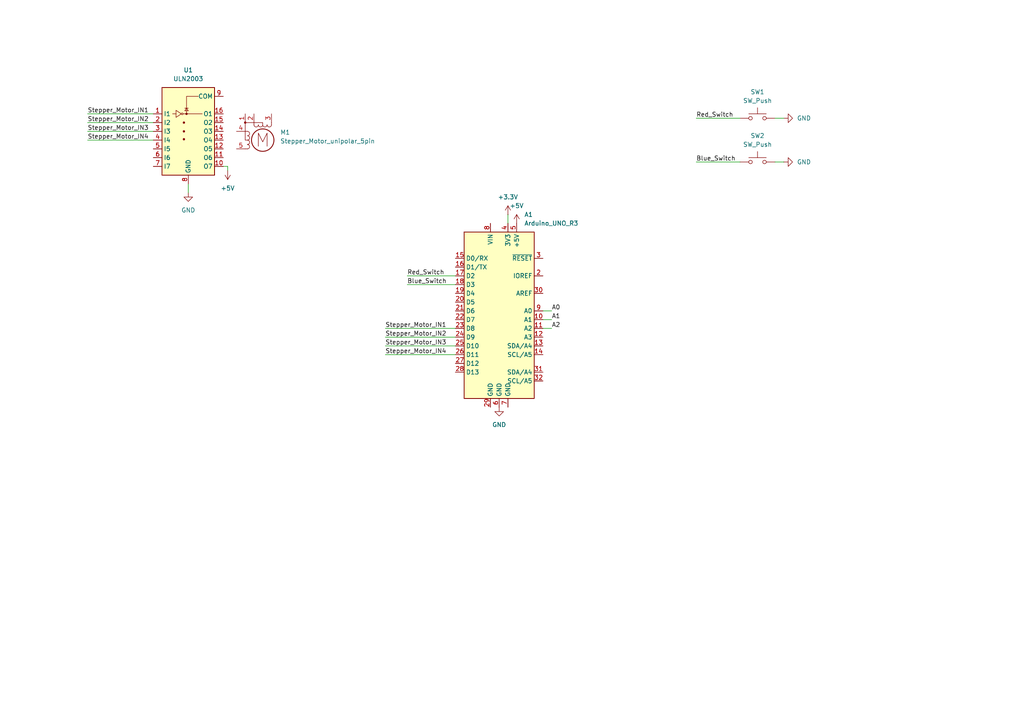
<source format=kicad_sch>
(kicad_sch (version 20231120) (generator "eeschema") (generator_version "8.0")
  (paper "A4")
  (lib_symbols
    (symbol "MCU_Module:Arduino_UNO_R3"
      (property "Reference" "A" (at -10.16 23.495 0))
      (property "Value" "Arduino_UNO_R3" (at 5.08 -26.67 0))
      (symbol "Arduino_UNO_R3_0_1"
        (rectangle (start -10.16 22.86) (end 10.16 -25.4) (stroke (width 0.254)) (fill (type background)))
      )
      (symbol "Arduino_UNO_R3_1_1"
        (pin no_connect line (at -10.16 -20.32 0) (length 2.54) hide (name "NC") (number "1"))
        (pin bidirectional line (at 12.7 -2.54 180) (length 2.54) (name "A1") (number "10"))
        (pin bidirectional line (at 12.7 -5.08 180) (length 2.54) (name "A2") (number "11"))
        (pin bidirectional line (at 12.7 -7.62 180) (length 2.54) (name "A3") (number "12"))
        (pin bidirectional line (at 12.7 -10.16 180) (length 2.54) (name "SDA/A4") (number "13"))
        (pin bidirectional line (at 12.7 -12.7 180) (length 2.54) (name "SCL/A5") (number "14"))
        (pin bidirectional line (at -12.7 15.24 0) (length 2.54) (name "D0/RX") (number "15"))
        (pin bidirectional line (at -12.7 12.7 0) (length 2.54) (name "D1/TX") (number "16"))
        (pin bidirectional line (at -12.7 10.16 0) (length 2.54) (name "D2") (number "17"))
        (pin bidirectional line (at -12.7 7.62 0) (length 2.54) (name "D3") (number "18"))
        (pin bidirectional line (at -12.7 5.08 0) (length 2.54) (name "D4") (number "19"))
        (pin output line (at 12.7 10.16 180) (length 2.54) (name "IOREF") (number "2"))
        (pin bidirectional line (at -12.7 2.54 0) (length 2.54) (name "D5") (number "20"))
        (pin bidirectional line (at -12.7 0 0) (length 2.54) (name "D6") (number "21"))
        (pin bidirectional line (at -12.7 -2.54 0) (length 2.54) (name "D7") (number "22"))
        (pin bidirectional line (at -12.7 -5.08 0) (length 2.54) (name "D8") (number "23"))
        (pin bidirectional line (at -12.7 -7.62 0) (length 2.54) (name "D9") (number "24"))
        (pin bidirectional line (at -12.7 -10.16 0) (length 2.54) (name "D10") (number "25"))
        (pin bidirectional line (at -12.7 -12.7 0) (length 2.54) (name "D11") (number "26"))
        (pin bidirectional line (at -12.7 -15.24 0) (length 2.54) (name "D12") (number "27"))
        (pin bidirectional line (at -12.7 -17.78 0) (length 2.54) (name "D13") (number "28"))
        (pin power_in line (at -2.54 -27.94 90) (length 2.54) (name "GND") (number "29"))
        (pin input line (at 12.7 15.24 180) (length 2.54) (name "~{RESET}") (number "3"))
        (pin input line (at 12.7 5.08 180) (length 2.54) (name "AREF") (number "30"))
        (pin bidirectional line (at 12.7 -17.78 180) (length 2.54) (name "SDA/A4") (number "31"))
        (pin bidirectional line (at 12.7 -20.32 180) (length 2.54) (name "SCL/A5") (number "32"))
        (pin power_out line (at 2.54 25.4 270) (length 2.54) (name "3V3") (number "4"))
        (pin power_out line (at 5.08 25.4 270) (length 2.54) (name "+5V") (number "5"))
        (pin power_in line (at 0 -27.94 90) (length 2.54) (name "GND") (number "6"))
        (pin power_in line (at 2.54 -27.94 90) (length 2.54) (name "GND") (number "7"))
        (pin power_in line (at -2.54 25.4 270) (length 2.54) (name "VIN") (number "8"))
        (pin bidirectional line (at 12.7 0 180) (length 2.54) (name "A0") (number "9"))
      )
    )
    (symbol "Motor:Stepper_Motor_unipolar_5pin" (pin_names (offset 0) hide)
      (property "Reference" "M" (at 3.81 2.54 0))
      (property "Value" "Stepper_Motor_unipolar_5pin" (at 3.81 1.27 0))
      (symbol "Stepper_Motor_unipolar_5pin_0_0"
        (polyline (pts (xy -1.27 -1.778) (xy -1.27 2.032) (xy 0 -0.508) (xy 1.27 2.032) (xy 1.27 -1.778)))
      )
      (symbol "Stepper_Motor_unipolar_5pin_0_1"
        (circle (center -5.08 5.08) (radius 0.0001) (fill (type outline)))
        (circle (center -5.08 5.08) (radius 0.254) (fill (type outline)))
        (arc (start -4.445 -2.54) (mid -3.8127 -1.905) (end -4.445 -1.27))
        (arc (start -4.445 -1.27) (mid -3.8127 -0.635) (end -4.445 0))
        (arc (start -4.445 0) (mid -3.8127 0.635) (end -4.445 1.27))
        (arc (start -4.445 1.27) (mid -3.8127 1.905) (end -4.445 2.54))
        (arc (start -2.54 4.445) (mid -1.905 3.8127) (end -1.27 4.445))
        (arc (start -1.27 4.445) (mid -0.635 3.8127) (end 0 4.445))
        (polyline (pts (xy -5.08 -2.54) (xy -4.445 -2.54)))
        (polyline (pts (xy -5.08 2.54) (xy -4.445 2.54)))
        (polyline (pts (xy -2.54 4.445) (xy -2.54 5.08)))
        (polyline (pts (xy 2.54 4.445) (xy 2.54 5.08)))
        (polyline (pts (xy -5.08 5.08) (xy -5.08 0) (xy -4.445 0)))
        (polyline (pts (xy 0 4.445) (xy 0 5.08) (xy -5.08 5.08)))
        (circle (center 0 0) (radius 3.2512) (stroke (width 0.254)))
        (arc (start 0 4.445) (mid 0.635 3.8127) (end 1.27 4.445))
        (arc (start 1.27 4.445) (mid 1.905 3.8127) (end 2.54 4.445))
      )
      (symbol "Stepper_Motor_unipolar_5pin_1_1"
        (pin passive line (at -5.08 7.62 270) (length 2.54) (name "~") (number "1"))
        (pin passive line (at -2.54 7.62 270) (length 2.54) (name "~") (number "2"))
        (pin passive line (at 2.54 7.62 270) (length 2.54) (name "-") (number "3"))
        (pin passive line (at -7.62 2.54 0) (length 2.54) (name "~") (number "4"))
        (pin passive line (at -7.62 -2.54 0) (length 2.54) (name "~") (number "5"))
      )
    )
    (symbol "Switch:SW_Push" (pin_numbers hide) (pin_names (offset 1.016) hide)
      (property "Reference" "SW" (at 1.27 2.54 0))
      (property "Value" "SW_Push" (at 0 -1.524 0))
      (symbol "SW_Push_0_1"
        (circle (center -2.032 0) (radius 0.508))
        (polyline (pts (xy 0 1.27) (xy 0 3.048)))
        (polyline (pts (xy 2.54 1.27) (xy -2.54 1.27)))
        (circle (center 2.032 0) (radius 0.508))
        (pin passive line (at -5.08 0 0) (length 2.54) (name "1") (number "1"))
        (pin passive line (at 5.08 0 180) (length 2.54) (name "2") (number "2"))
      )
    )
    (symbol "Transistor_Array:ULN2003"
      (property "Reference" "U" (at 0 15.875 0))
      (property "Value" "ULN2003" (at 0 13.97 0))
      (symbol "ULN2003_0_1"
        (rectangle (start -7.62 -12.7) (end 7.62 12.7) (stroke (width 0.254)) (fill (type background)))
        (circle (center -1.778 5.08) (radius 0.254))
        (circle (center -1.27 -2.286) (radius 0.254) (fill (type outline)))
        (circle (center -1.27 0) (radius 0.254) (fill (type outline)))
        (circle (center -1.27 2.54) (radius 0.254) (fill (type outline)))
        (circle (center -0.508 5.08) (radius 0.254) (fill (type outline)))
        (polyline (pts (xy -4.572 5.08) (xy -3.556 5.08)))
        (polyline (pts (xy -1.524 5.08) (xy 4.064 5.08)))
        (polyline (pts (xy 0 6.731) (xy -1.016 6.731)))
        (polyline (pts (xy -0.508 5.08) (xy -0.508 10.16) (xy 2.921 10.16)))
        (polyline (pts (xy -3.556 6.096) (xy -3.556 4.064) (xy -2.032 5.08) (xy -3.556 6.096)))
        (polyline (pts (xy 0 5.969) (xy -1.016 5.969) (xy -0.508 6.731) (xy 0 5.969)))
      )
      (symbol "ULN2003_1_1"
        (pin input line (at -10.16 5.08 0) (length 2.54) (name "I1") (number "1"))
        (pin open_collector line (at 10.16 -10.16 180) (length 2.54) (name "O7") (number "10"))
        (pin open_collector line (at 10.16 -7.62 180) (length 2.54) (name "O6") (number "11"))
        (pin open_collector line (at 10.16 -5.08 180) (length 2.54) (name "O5") (number "12"))
        (pin open_collector line (at 10.16 -2.54 180) (length 2.54) (name "O4") (number "13"))
        (pin open_collector line (at 10.16 0 180) (length 2.54) (name "O3") (number "14"))
        (pin open_collector line (at 10.16 2.54 180) (length 2.54) (name "O2") (number "15"))
        (pin open_collector line (at 10.16 5.08 180) (length 2.54) (name "O1") (number "16"))
        (pin input line (at -10.16 2.54 0) (length 2.54) (name "I2") (number "2"))
        (pin input line (at -10.16 0 0) (length 2.54) (name "I3") (number "3"))
        (pin input line (at -10.16 -2.54 0) (length 2.54) (name "I4") (number "4"))
        (pin input line (at -10.16 -5.08 0) (length 2.54) (name "I5") (number "5"))
        (pin input line (at -10.16 -7.62 0) (length 2.54) (name "I6") (number "6"))
        (pin input line (at -10.16 -10.16 0) (length 2.54) (name "I7") (number "7"))
        (pin power_in line (at 0 -15.24 90) (length 2.54) (name "GND") (number "8"))
        (pin passive line (at 10.16 10.16 180) (length 2.54) (name "COM") (number "9"))
      )
    )
    (symbol "power:+3.3V" (power) (pin_numbers hide) (pin_names (offset 0) hide)
      (property "Value" "+3.3V" (at 0 3.556 0))
      (symbol "+3.3V_0_1"
        (polyline (pts (xy -0.762 1.27) (xy 0 2.54)))
        (polyline (pts (xy 0 0) (xy 0 2.54)))
        (polyline (pts (xy 0 2.54) (xy 0.762 1.27)))
      )
      (symbol "+3.3V_1_1"
        (pin power_in line (at 0 0 90) (length 0) (name "~") (number "1"))
      )
    )
    (symbol "power:+5V" (power) (pin_numbers hide) (pin_names (offset 0) hide)
      (property "Value" "+5V" (at 0 3.556 0))
      (symbol "+5V_0_1"
        (polyline (pts (xy -0.762 1.27) (xy 0 2.54)))
        (polyline (pts (xy 0 0) (xy 0 2.54)))
        (polyline (pts (xy 0 2.54) (xy 0.762 1.27)))
      )
      (symbol "+5V_1_1"
        (pin power_in line (at 0 0 90) (length 0) (name "~") (number "1"))
      )
    )
    (symbol "power:GND" (power) (pin_numbers hide) (pin_names (offset 0) hide)
      (property "Value" "GND" (at 0 -3.81 0))
      (symbol "GND_0_1"
        (polyline (pts (xy 0 0) (xy 0 -1.27) (xy 1.27 -1.27) (xy 0 -2.54) (xy -1.27 -1.27) (xy 0 -1.27)))
      )
      (symbol "GND_1_1"
        (pin power_in line (at 0 0 270) (length 0) (name "~") (number "1"))
      )
    )
  )
  (wire (pts (xy 160.02 95.25) (xy 157.48 95.25)))
  (wire (pts (xy 25.4 35.56) (xy 44.45 35.56)))
  (wire (pts (xy 118.11 82.55) (xy 132.08 82.55)))
  (wire (pts (xy 25.4 40.64) (xy 44.45 40.64)))
  (wire (pts (xy 201.93 46.99) (xy 214.63 46.99)))
  (wire (pts (xy 147.32 62.23) (xy 147.32 64.77)))
  (wire (pts (xy 66.04 49.53) (xy 66.04 48.26)))
  (wire (pts (xy 25.4 38.1) (xy 44.45 38.1)))
  (wire (pts (xy 111.76 95.25) (xy 132.08 95.25)))
  (wire (pts (xy 118.11 80.01) (xy 132.08 80.01)))
  (wire (pts (xy 227.33 46.99) (xy 224.79 46.99)))
  (wire (pts (xy 54.61 53.34) (xy 54.61 55.88)))
  (wire (pts (xy 25.4 33.02) (xy 44.45 33.02)))
  (wire (pts (xy 111.76 102.87) (xy 132.08 102.87)))
  (wire (pts (xy 227.33 34.29) (xy 224.79 34.29)))
  (wire (pts (xy 111.76 97.79) (xy 132.08 97.79)))
  (wire (pts (xy 160.02 90.17) (xy 157.48 90.17)))
  (wire (pts (xy 201.93 34.29) (xy 214.63 34.29)))
  (wire (pts (xy 66.04 48.26) (xy 64.77 48.26)))
  (wire (pts (xy 111.76 100.33) (xy 132.08 100.33)))
  (wire (pts (xy 160.02 92.71) (xy 157.48 92.71)))
  (label "Stepper_Motor_IN3" (at 25.4 38.1 0))
  (label "Stepper_Motor_IN1" (at 25.4 33.02 0))
  (label "Stepper_Motor_IN4" (at 25.4 40.64 0))
  (label "Stepper_Motor_IN2" (at 111.76 97.79 0))
  (label "Blue_Switch" (at 118.11 82.55 0))
  (label "Red_Switch" (at 118.11 80.01 0))
  (label "A0" (at 160.02 90.17 0))
  (label "Blue_Switch" (at 201.93 46.99 0))
  (label "Stepper_Motor_IN2" (at 25.4 35.56 0))
  (label "A2" (at 160.02 95.25 0))
  (label "Stepper_Motor_IN1" (at 111.76 95.25 0))
  (label "A1" (at 160.02 92.71 0))
  (label "Red_Switch" (at 201.93 34.29 0))
  (label "Stepper_Motor_IN3" (at 111.76 100.33 0))
  (label "Stepper_Motor_IN4" (at 111.76 102.87 0))
  (symbol (lib_id "power:GND") (at 227.33 46.99 90) (unit 1)
    (property "Reference" "#PWR05" (effects (hide yes)))
    (property "Value" "GND" (at 231.14 46.9899 90) (effects (justify right)))
    (property "Description" "Power symbol creates a global label with name \"GND\" , ground" (effects (hide yes)))
  )
  (symbol (lib_id "Switch:SW_Push") (at 219.71 34.29 0) (unit 1)
    (property "Reference" "SW1" (at 219.71 26.67 0))
    (property "Value" "SW_Push" (at 219.71 29.21 0))
    (property "Description" "Push button switch, generic, two pins" (effects (hide yes)))
  )
  (symbol (lib_id "power:GND") (at 144.78 118.11 0) (unit 1)
    (property "Reference" "#PWR01" (effects (hide yes)))
    (property "Value" "GND" (at 144.78 123.19 0))
    (property "Description" "Power symbol creates a global label with name \"GND\" , ground" (effects (hide yes)))
  )
  (symbol (lib_id "MCU_Module:Arduino_UNO_R3") (at 144.78 90.17 0) (unit 1)
    (property "Reference" "A1" (at 152.0541 62.23 0) (effects (justify left)))
    (property "Value" "Arduino_UNO_R3" (at 152.0541 64.77 0) (effects (justify left)))
    (property "Footprint" "Module:Arduino_UNO_R3" (effects (hide yes)))
    (property "Datasheet" "https://www.arduino.cc/en/Main/arduinoBoardUno" (effects (hide yes)))
    (property "Description" "Arduino UNO Microcontroller Module, release 3" (effects (hide yes)))
  )
  (symbol (lib_id "power:GND") (at 227.33 34.29 90) (unit 1)
    (property "Reference" "#PWR04" (effects (hide yes)))
    (property "Value" "GND" (at 231.14 34.2899 90) (effects (justify right)))
    (property "Description" "Power symbol creates a global label with name \"GND\" , ground" (effects (hide yes)))
  )
  (symbol (lib_id "power:GND") (at 54.61 55.88 0) (unit 1)
    (property "Reference" "#PWR06" (effects (hide yes)))
    (property "Value" "GND" (at 54.61 60.96 0))
    (property "Description" "Power symbol creates a global label with name \"GND\" , ground" (effects (hide yes)))
  )
  (symbol (lib_id "Switch:SW_Push") (at 219.71 46.99 0) (unit 1)
    (property "Reference" "SW2" (at 219.71 39.37 0))
    (property "Value" "SW_Push" (at 219.71 41.91 0))
    (property "Description" "Push button switch, generic, two pins" (effects (hide yes)))
  )
  (symbol (lib_id "Transistor_Array:ULN2003") (at 54.61 38.1 0) (unit 1)
    (property "Reference" "U1" (at 54.61 20.32 0))
    (property "Value" "ULN2003" (at 54.61 22.86 0))
    (property "Datasheet" "http://www.ti.com/lit/ds/symlink/uln2003a.pdf" (effects (hide yes)))
    (property "Description" "High Voltage, High Current Darlington Transistor Arrays, SOIC16/SOIC16W/DIP16/TSSOP16" (effects (hide yes)))
  )
  (symbol (lib_id "Motor:Stepper_Motor_unipolar_5pin") (at 76.2 40.64 0) (unit 1)
    (property "Reference" "M1" (at 81.28 38.392 0) (effects (justify left)))
    (property "Value" "Stepper_Motor_unipolar_5pin" (at 81.28 40.932 0) (effects (justify left)))
    (property "Datasheet" "http://www.infineon.com/dgdl/Application-Note-TLE8110EE_driving_UniPolarStepperMotor_V1.1.pdf?fileId=db3a30431be39b97011be5d0aa0a00b0" (effects (hide yes)))
    (property "Description" "5-wire unipolar stepper motor" (effects (hide yes)))
  )
  (symbol (lib_id "power:+5V") (at 66.04 49.53 180) (unit 1)
    (property "Reference" "#PWR07" (effects (hide yes)))
    (property "Value" "+5V" (at 66.04 54.61 0))
    (property "Description" "Power symbol creates a global label with name \"+5V\"" (effects (hide yes)))
  )
  (symbol (lib_id "power:+3.3V") (at 147.32 62.23 0) (unit 1)
    (property "Reference" "#PWR02" (effects (hide yes)))
    (property "Value" "+3.3V" (at 147.32 57.15 0))
    (property "Description" "Power symbol creates a global label with name \"+3.3V\"" (effects (hide yes)))
  )
  (symbol (lib_id "power:+5V") (at 149.86 64.77 0) (unit 1)
    (property "Reference" "#PWR03" (effects (hide yes)))
    (property "Value" "+5V" (at 149.86 59.69 0))
    (property "Description" "Power symbol creates a global label with name \"+5V\"" (effects (hide yes)))
  )
)
</source>
